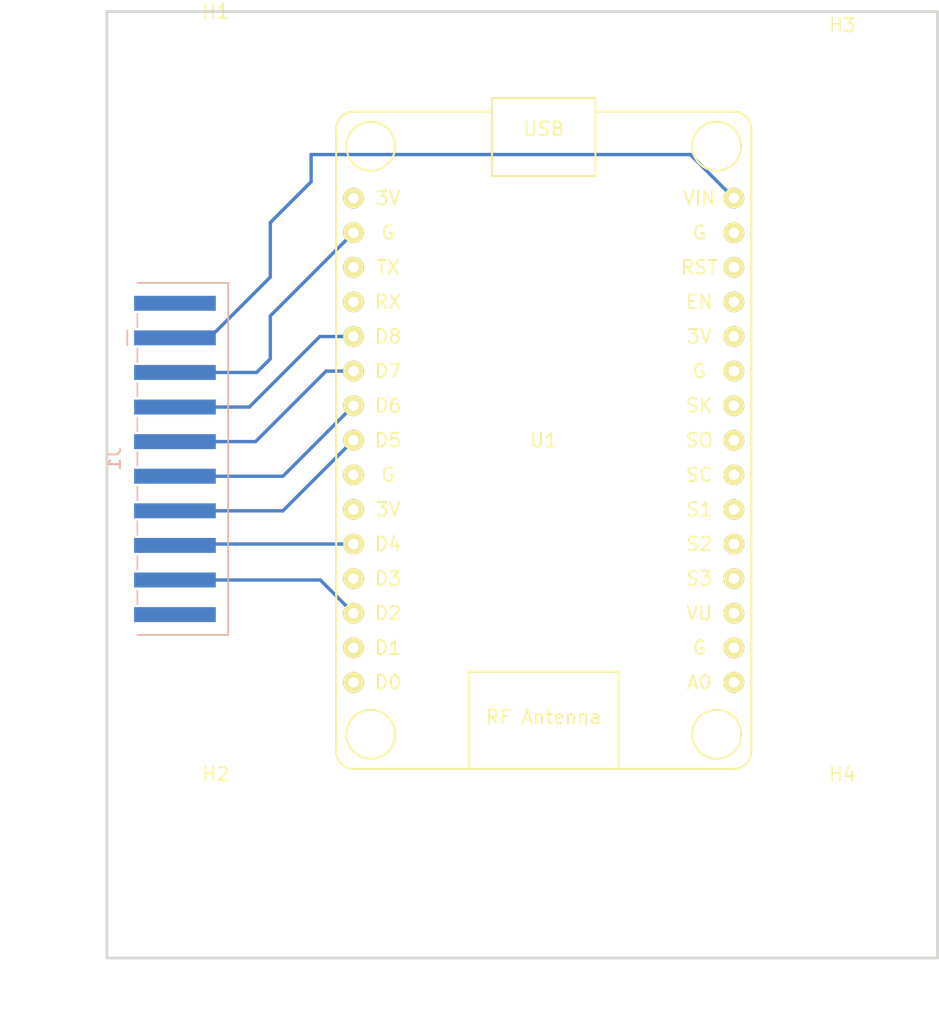
<source format=kicad_pcb>
(kicad_pcb (version 20221018) (generator pcbnew)
  (layers (0 "F.Cu" signal) (31 "B.Cu" signal) (34 "B.Paste" user) (35 "F.Paste" user) (36 "B.SilkS" user "B.Silkscreen") (37 "F.SilkS" user "F.Silkscreen") (38 "B.Mask" user) (39 "F.Mask" user) (44 "Edge.Cuts" user))
  (net 0 "")
  (net 16 "D8-Yellow")
  (net 17 "D7-White{slash}Orange")
  (net 18 "D6-Blue")
  (net 19 "D5-Red")
  (net 20 "StereoOut")
  (net 21 "D2-White")
  (net 22 "D4-Brawn")
  (net 28 "Vin")
  (net 29 "GND")
  (footprint "MountingHole:MountingHole_5.5mm" (layer "F.Cu") (at 130 49)
    (fp_text reference "H1" (at 0 -6.5) (layer "F.SilkS"))
    (fp_text value "MountingHole")
    (pad "" np_thru_hole circle (at 0 0) (size 5.5 5.5) (drill 5.5) (layers "*.Cu" "*.Mask"))
  )
  (footprint "MountingHole:MountingHole_5.5mm" (layer "F.Cu") (at 176 105)
    (fp_text reference "H4" (at 0 -6.5) (layer "F.SilkS"))
    (fp_text value "MountingHole")
    (pad "" np_thru_hole circle (at 0 0) (size 5.5 5.5) (drill 5.5) (layers "*.Cu" "*.Mask"))
  )
  (footprint "MountingHole:MountingHole_5.5mm" (layer "F.Cu") (at 176 50)
    (fp_text reference "H3" (at 0 -6.5) (layer "F.SilkS"))
    (fp_text value "MountingHole")
    (pad "" np_thru_hole circle (at 0 0) (size 5.5 5.5) (drill 5.5) (layers "*.Cu" "*.Mask"))
  )
  (footprint "MountingHole:MountingHole_5.5mm" (layer "F.Cu") (at 130 105)
    (fp_text reference "H2" (at 0 -6.5) (layer "F.SilkS"))
    (fp_text value "MountingHole")
    (pad "" np_thru_hole circle (at 0 0) (size 5.5 5.5) (drill 5.5) (layers "*.Cu" "*.Mask"))
  )
  (footprint "kicad-ESP8266:NodeMCU1.0(12-E)" (layer "F.Cu") (at 154.08 73.98 180)
    (fp_text reference "U1" (at 0 0) (layer "F.SilkS"))
    (fp_text value "NodeMCU_1.0_(ESP-12E)")
    (fp_text user "TX" (at 11.43 12.7) (layer "F.SilkS"))
    (fp_text user "RX" (at 11.43 10.16) (layer "F.SilkS"))
    (fp_text user "3V" (at -11.43 7.62) (layer "F.SilkS"))
    (fp_text user "D4" (at 11.43 -7.62) (layer "F.SilkS"))
    (fp_text user "D2" (at 11.43 -12.7) (layer "F.SilkS"))
    (fp_text user "A0" (at -11.43 -17.78) (layer "F.SilkS"))
    (fp_text user "D3" (at 11.43 -10.16) (layer "F.SilkS"))
    (fp_text user "SC" (at -11.43 -2.54) (layer "F.SilkS"))
    (fp_text user "G" (at 11.43 15.24) (layer "F.SilkS"))
    (fp_text user "3V" (at 11.43 17.78) (layer "F.SilkS"))
    (fp_text user "D7" (at 11.43 5.08) (layer "F.SilkS"))
    (fp_text user "SO" (at -11.43 0) (layer "F.SilkS"))
    (fp_text user "VU" (at -11.43 -12.7) (layer "F.SilkS"))
    (fp_text user "G" (at -11.43 5.08) (layer "F.SilkS"))
    (fp_text user "D5" (at 11.43 0) (layer "F.SilkS"))
    (fp_text user "SK" (at -11.43 2.54) (layer "F.SilkS"))
    (fp_text user "RF Antenna" (at 0 -20.32) (layer "F.SilkS"))
    (fp_text user "USB" (at 0 22.86) (layer "F.SilkS"))
    (fp_text user "G" (at -11.43 15.24) (layer "F.SilkS"))
    (fp_text user "D1" (at 11.43 -15.24) (layer "F.SilkS"))
    (fp_text user "D6" (at 11.43 2.54) (layer "F.SilkS"))
    (fp_text user "RST" (at -11.43 12.7) (layer "F.SilkS"))
    (fp_text user "D8" (at 11.43 7.62) (layer "F.SilkS"))
    (fp_text user "G" (at 11.43 -2.54) (layer "F.SilkS"))
    (fp_text user "S2" (at -11.43 -7.62) (layer "F.SilkS"))
    (fp_text user "D0" (at 11.43 -17.78) (layer "F.SilkS"))
    (fp_text user "EN" (at -11.43 10.16) (layer "F.SilkS"))
    (fp_text user "3V" (at 11.43 -5.08) (layer "F.SilkS"))
    (fp_text user "G" (at -11.43 -15.24) (layer "F.SilkS"))
    (fp_text user "S1" (at -11.43 -5.08) (layer "F.SilkS"))
    (fp_text user "VIN" (at -11.43 17.78) (layer "F.SilkS"))
    (fp_text user "S3" (at -11.43 -10.16) (layer "F.SilkS"))
    (fp_line (start -15.24 -22.86) (end -15.24 22.86) (stroke (width 0.15)) (layer "F.SilkS"))
    (fp_line (start -5.5 -17) (end -5.5 -24.13) (stroke (width 0.15)) (layer "F.SilkS"))
    (fp_line (start -3.8 19.4) (end 3.8 19.4) (stroke (width 0.15)) (layer "F.SilkS"))
    (fp_line (start -3.8 24.13) (end -13.97 24.13) (stroke (width 0.15)) (layer "F.SilkS"))
    (fp_line (start -3.8 25.13) (end -3.8 19.4) (stroke (width 0.15)) (layer "F.SilkS"))
    (fp_line (start 3.8 19.4) (end 3.8 25.13) (stroke (width 0.15)) (layer "F.SilkS"))
    (fp_line (start 3.8 25.13) (end -3.8 25.13) (stroke (width 0.15)) (layer "F.SilkS"))
    (fp_line (start 5.5 -24.13) (end 5.5 -17) (stroke (width 0.15)) (layer "F.SilkS"))
    (fp_line (start 5.5 -17) (end -5.5 -17) (stroke (width 0.15)) (layer "F.SilkS"))
    (fp_line (start 13.97 -24.13) (end -13.97 -24.13) (stroke (width 0.15)) (layer "F.SilkS"))
    (fp_line (start 13.98 24.13) (end 3.81 24.13) (stroke (width 0.15)) (layer "F.SilkS"))
    (fp_line (start 15.24 -22.86) (end 15.24 22.86) (stroke (width 0.15)) (layer "F.SilkS"))
    (fp_arc (start -15.24 -22.86) (mid -14.868026 -23.758026) (end -13.97 -24.13) (stroke (width 0.15)) (layer "F.SilkS"))
    (fp_arc (start -13.97 24.13) (mid -14.868026 23.758026) (end -15.24 22.86) (stroke (width 0.15)) (layer "F.SilkS"))
    (fp_arc (start 13.97 -24.13) (mid 14.868026 -23.758026) (end 15.24 -22.86) (stroke (width 0.15)) (layer "F.SilkS"))
    (fp_arc (start 15.24 22.86) (mid 14.868026 23.758026) (end 13.97 24.13) (stroke (width 0.15)) (layer "F.SilkS"))
    (fp_circle (center -12.7 -21.59) (end -11.43 -22.86) (stroke (width 0.15)) (fill none) (layer "F.SilkS"))
    (fp_circle (center -12.7 21.59) (end -11.43 20.32) (stroke (width 0.15)) (fill none) (layer "F.SilkS"))
    (fp_circle (center 12.7 -21.59) (end 13.97 -22.86) (stroke (width 0.15)) (fill none) (layer "F.SilkS"))
    (fp_circle (center 12.7 21.59) (end 13.97 20.32) (stroke (width 0.15)) (fill none) (layer "F.SilkS"))
    (pad "1" thru_hole circle (at -13.97 -17.78 180) (size 1.524 1.524) (drill 0.762) (layers "*.Cu" "*.Mask" "F.SilkS"))
    (pad "2" thru_hole circle (at -13.97 -15.24 180) (size 1.524 1.524) (drill 0.762) (layers "*.Cu" "*.Mask" "F.SilkS"))
    (pad "3" thru_hole circle (at -13.97 -12.7 180) (size 1.524 1.524) (drill 0.762) (layers "*.Cu" "*.Mask" "F.SilkS"))
    (pad "4" thru_hole circle (at -13.97 -10.16 180) (size 1.524 1.524) (drill 0.762) (layers "*.Cu" "*.Mask" "F.SilkS"))
    (pad "5" thru_hole circle (at -13.97 -7.62 180) (size 1.524 1.524) (drill 0.762) (layers "*.Cu" "*.Mask" "F.SilkS"))
    (pad "6" thru_hole circle (at -13.97 -5.08 180) (size 1.524 1.524) (drill 0.762) (layers "*.Cu" "*.Mask" "F.SilkS"))
    (pad "7" thru_hole circle (at -13.97 -2.54 180) (size 1.524 1.524) (drill 0.762) (layers "*.Cu" "*.Mask" "F.SilkS"))
    (pad "8" thru_hole circle (at -13.97 0 180) (size 1.524 1.524) (drill 0.762) (layers "*.Cu" "*.Mask" "F.SilkS"))
    (pad "9" thru_hole circle (at -13.97 2.54 180) (size 1.524 1.524) (drill 0.762) (layers "*.Cu" "*.Mask" "F.SilkS"))
    (pad "10" thru_hole circle (at -13.97 5.08 180) (size 1.524 1.524) (drill 0.762) (layers "*.Cu" "*.Mask" "F.SilkS"))
    (pad "11" thru_hole circle (at -13.97 7.62 180) (size 1.524 1.524) (drill 0.762) (layers "*.Cu" "*.Mask" "F.SilkS"))
    (pad "12" thru_hole circle (at -13.97 10.16 180) (size 1.524 1.524) (drill 0.762) (layers "*.Cu" "*.Mask" "F.SilkS"))
    (pad "13" thru_hole circle (at -13.97 12.7 180) (size 1.524 1.524) (drill 0.762) (layers "*.Cu" "*.Mask" "F.SilkS"))
    (pad "14" thru_hole circle (at -13.97 15.24 180) (size 1.524 1.524) (drill 0.762) (layers "*.Cu" "*.Mask" "F.SilkS"))
    (pad "15" thru_hole circle (at -13.97 17.78 180) (size 1.524 1.524) (drill 0.762) (layers "*.Cu" "*.Mask" "F.SilkS") (net 28 "Vin"))
    (pad "16" thru_hole circle (at 13.97 17.78 180) (size 1.524 1.524) (drill 0.762) (layers "*.Cu" "*.Mask" "F.SilkS"))
    (pad "17" thru_hole circle (at 13.97 15.24 180) (size 1.524 1.524) (drill 0.762) (layers "*.Cu" "*.Mask" "F.SilkS") (net 29 "GND"))
    (pad "18" thru_hole circle (at 13.97 12.7 180) (size 1.524 1.524) (drill 0.762) (layers "*.Cu" "*.Mask" "F.SilkS"))
    (pad "19" thru_hole circle (at 13.97 10.16 180) (size 1.524 1.524) (drill 0.762) (layers "*.Cu" "*.Mask" "F.SilkS"))
    (pad "20" thru_hole circle (at 13.97 7.62 180) (size 1.524 1.524) (drill 0.762) (layers "*.Cu" "*.Mask" "F.SilkS") (net 16 "D8-Yellow"))
    (pad "21" thru_hole circle (at 13.97 5.08 180) (size 1.524 1.524) (drill 0.762) (layers "*.Cu" "*.Mask" "F.SilkS") (net 17 "D7-White{slash}Orange"))
    (pad "22" thru_hole circle (at 13.97 2.54 180) (size 1.524 1.524) (drill 0.762) (layers "*.Cu" "*.Mask" "F.SilkS") (net 18 "D6-Blue"))
    (pad "23" thru_hole circle (at 13.97 0 180) (size 1.524 1.524) (drill 0.762) (layers "*.Cu" "*.Mask" "F.SilkS") (net 19 "D5-Red"))
    (pad "24" thru_hole circle (at 13.97 -2.54 180) (size 1.524 1.524) (drill 0.762) (layers "*.Cu" "*.Mask" "F.SilkS"))
    (pad "25" thru_hole circle (at 13.97 -5.08 180) (size 1.524 1.524) (drill 0.762) (layers "*.Cu" "*.Mask" "F.SilkS"))
    (pad "26" thru_hole circle (at 13.97 -7.62 180) (size 1.524 1.524) (drill 0.762) (layers "*.Cu" "*.Mask" "F.SilkS") (net 22 "D4-Brawn"))
    (pad "27" thru_hole circle (at 13.97 -10.16 180) (size 1.524 1.524) (drill 0.762) (layers "*.Cu" "*.Mask" "F.SilkS"))
    (pad "28" thru_hole circle (at 13.97 -12.7 180) (size 1.524 1.524) (drill 0.762) (layers "*.Cu" "*.Mask" "F.SilkS") (net 21 "D2-White"))
    (pad "29" thru_hole circle (at 13.97 -15.24 180) (size 1.524 1.524) (drill 0.762) (layers "*.Cu" "*.Mask" "F.SilkS") (net 20 "StereoOut"))
    (pad "30" thru_hole circle (at 13.97 -17.78 180) (size 1.524 1.524) (drill 0.762) (layers "*.Cu" "*.Mask" "F.SilkS"))
  )
  (footprint "Connector_Harting:Harting_har-flexicon_14110813010xxx_1x08-MP_P2.54mm_Horizontal" (layer "B.Cu") (at 128.3 75.35 -90)
    (fp_text reference "J1" (at 0 5.8 -270) (layer "B.SilkS") (effects (justify mirror)))
    (fp_text value "Conn_01x09_Socket")
    (fp_line (start -12.925 4.06) (end -12.925 -2.61) (stroke (width 0.12)) (layer "B.SilkS"))
    (fp_line (start -10.668 4.06) (end -9.652 4.06) (stroke (width 0.12)) (layer "B.SilkS"))
    (fp_line (start -9.44 4.8) (end -8.34 4.8) (stroke (width 0.12)) (layer "B.SilkS"))
    (fp_line (start -8.128 4.06) (end -7.112 4.06) (stroke (width 0.12)) (layer "B.SilkS"))
    (fp_line (start -5.588 4.06) (end -4.572 4.06) (stroke (width 0.12)) (layer "B.SilkS"))
    (fp_line (start -3.048 4.06) (end -2.032 4.06) (stroke (width 0.12)) (layer "B.SilkS"))
    (fp_line (start -0.508 4.06) (end 0.508 4.06) (stroke (width 0.12)) (layer "B.SilkS"))
    (fp_line (start 2.032 4.06) (end 3.048 4.06) (stroke (width 0.12)) (layer "B.SilkS"))
    (fp_line (start 4.572 4.06) (end 5.588 4.06) (stroke (width 0.12)) (layer "B.SilkS"))
    (fp_line (start 7.112 4.06) (end 8.128 4.06) (stroke (width 0.12)) (layer "B.SilkS"))
    (fp_line (start 9.652 4.06) (end 10.668 4.06) (stroke (width 0.12)) (layer "B.SilkS"))
    (fp_line (start 12.925 -2.61) (end -12.925 -2.61) (stroke (width 0.12)) (layer "B.SilkS"))
    (fp_line (start 12.925 4.06) (end 12.925 -2.61) (stroke (width 0.12)) (layer "B.SilkS"))
    (pad "1" smd rect (at -8.89 1.3 270) (size 1.1 6) (layers "B.Cu" "B.Paste" "B.Mask") (net 28 "Vin"))
    (pad "2" smd rect (at -6.35 1.3 270) (size 1.1 6) (layers "B.Cu" "B.Paste" "B.Mask") (net 29 "GND"))
    (pad "3" smd rect (at -3.81 1.3 270) (size 1.1 6) (layers "B.Cu" "B.Paste" "B.Mask") (net 16 "D8-Yellow"))
    (pad "4" smd rect (at -1.27 1.3 270) (size 1.1 6) (layers "B.Cu" "B.Paste" "B.Mask") (net 17 "D7-White{slash}Orange"))
    (pad "5" smd rect (at 1.27 1.3 270) (size 1.1 6) (layers "B.Cu" "B.Paste" "B.Mask") (net 18 "D6-Blue"))
    (pad "6" smd rect (at 3.81 1.3 270) (size 1.1 6) (layers "B.Cu" "B.Paste" "B.Mask") (net 19 "D5-Red"))
    (pad "7" smd rect (at 6.35 1.3 270) (size 1.1 6) (layers "B.Cu" "B.Paste" "B.Mask") (net 22 "D4-Brawn"))
    (pad "8" smd rect (at 8.89 1.3 270) (size 1.1 6) (layers "B.Cu" "B.Paste" "B.Mask") (net 21 "D2-White"))
    (pad "MP" smd rect (at -11.43 1.3 270) (size 1.1 6) (layers "B.Cu" "B.Paste" "B.Mask"))
    (pad "MP" smd rect (at 11.43 1.3 270) (size 1.1 6) (layers "B.Cu" "B.Paste" "B.Mask"))
  )
  (gr_rect (start 122 42.5) (end 183 112) (stroke (width 0.2)) (fill none) (layer "Edge.Cuts"))
  (segment (start 140.11 66.36) (end 137.64 66.36) (width 0.25) (layer "B.Cu") (net 16))
  (segment (start 137.64 66.36) (end 132.46 71.54) (width 0.25) (layer "B.Cu") (net 16))
  (segment (start 132.46 71.54) (end 127 71.54) (width 0.25) (layer "B.Cu") (net 16))
  (segment (start 138.1 68.9) (end 132.92 74.08) (width 0.25) (layer "B.Cu") (net 17))
  (segment (start 140.11 68.9) (end 138.1 68.9) (width 0.25) (layer "B.Cu") (net 17))
  (segment (start 132.92 74.08) (end 127 74.08) (width 0.25) (layer "B.Cu") (net 17))
  (segment (start 134.93 76.62) (end 127 76.62) (width 0.25) (layer "B.Cu") (net 18))
  (segment (start 140.11 71.44) (end 134.93 76.62) (width 0.25) (layer "B.Cu") (net 18))
  (segment (start 140.11 73.98) (end 134.93 79.16) (width 0.25) (layer "B.Cu") (net 19))
  (segment (start 134.93 79.16) (end 127 79.16) (width 0.25) (layer "B.Cu") (net 19))
  (segment (start 137.67 84.24) (end 127 84.24) (width 0.25) (layer "B.Cu") (net 21))
  (segment (start 140.11 86.68) (end 137.67 84.24) (width 0.25) (layer "B.Cu") (net 21))
  (segment (start 127.1 81.6) (end 127 81.7) (width 0.25) (layer "B.Cu") (net 22))
  (segment (start 140.11 81.6) (end 127.1 81.6) (width 0.25) (layer "B.Cu") (net 22))
  (segment (start 134 58) (end 137 55) (width 0.25) (layer "B.Cu") (net 28))
  (segment (start 137 53) (end 164.85 53) (width 0.25) (layer "B.Cu") (net 28))
  (segment (start 164.85 53) (end 168.05 56.2) (width 0.25) (layer "B.Cu") (net 28))
  (segment (start 129.54 66.46) (end 134 62) (width 0.25) (layer "B.Cu") (net 28))
  (segment (start 134 62) (end 134 58) (width 0.25) (layer "B.Cu") (net 28))
  (segment (start 127 66.46) (end 129.54 66.46) (width 0.25) (layer "B.Cu") (net 28))
  (segment (start 137 55) (end 137 53) (width 0.25) (layer "B.Cu") (net 28))
  (segment (start 133 69) (end 127 69) (width 0.25) (layer "B.Cu") (net 29))
  (segment (start 134 64.85) (end 134 68) (width 0.25) (layer "B.Cu") (net 29))
  (segment (start 140.11 58.74) (end 134 64.85) (width 0.25) (layer "B.Cu") (net 29))
  (segment (start 134 68) (end 133 69) (width 0.25) (layer "B.Cu") (net 29))
)
</source>
